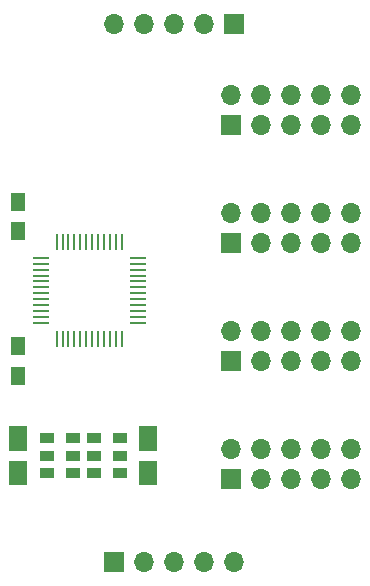
<source format=gts>
%TF.GenerationSoftware,KiCad,Pcbnew,(5.1.6-0-10_14)*%
%TF.CreationDate,2020-09-10T15:29:25+09:00*%
%TF.ProjectId,qPCR-photo_mux_ADG731BSUZ,71504352-2d70-4686-9f74-6f5f6d75785f,rev?*%
%TF.SameCoordinates,Original*%
%TF.FileFunction,Soldermask,Top*%
%TF.FilePolarity,Negative*%
%FSLAX46Y46*%
G04 Gerber Fmt 4.6, Leading zero omitted, Abs format (unit mm)*
G04 Created by KiCad (PCBNEW (5.1.6-0-10_14)) date 2020-09-10 15:29:25*
%MOMM*%
%LPD*%
G01*
G04 APERTURE LIST*
%ADD10R,1.250000X1.500000*%
%ADD11O,1.700000X1.700000*%
%ADD12R,1.700000X1.700000*%
%ADD13R,1.500000X1.500000*%
%ADD14C,0.100000*%
%ADD15R,1.200000X0.900000*%
%ADD16R,1.473200X0.279400*%
%ADD17R,0.279400X1.473200*%
G04 APERTURE END LIST*
D10*
%TO.C,C1*%
X85000000Y-79500000D03*
X85000000Y-82000000D03*
%TD*%
%TO.C,C2*%
X85000000Y-91750000D03*
X85000000Y-94250000D03*
%TD*%
D11*
%TO.C,J1*%
X103298000Y-110000000D03*
X100758000Y-110000000D03*
X98218000Y-110000000D03*
X95678000Y-110000000D03*
D12*
X93138000Y-110000000D03*
%TD*%
%TO.C,J2*%
X103298000Y-64440000D03*
D11*
X100758000Y-64440000D03*
X98218000Y-64440000D03*
X95678000Y-64440000D03*
X93138000Y-64440000D03*
%TD*%
D13*
%TO.C,JP1*%
X96000000Y-99800000D03*
X96000000Y-102200000D03*
D14*
G36*
X96000000Y-102000000D02*
G01*
X96750000Y-102500000D01*
X96750000Y-103500000D01*
X95250000Y-103500000D01*
X95250000Y-102500000D01*
X96000000Y-102000000D01*
G37*
G36*
X96000000Y-100000000D02*
G01*
X95250000Y-99500000D01*
X95250000Y-98500000D01*
X96750000Y-98500000D01*
X96750000Y-99500000D01*
X96000000Y-100000000D01*
G37*
%TD*%
%TO.C,JP2*%
G36*
X85000000Y-100000000D02*
G01*
X84250000Y-99500000D01*
X84250000Y-98500000D01*
X85750000Y-98500000D01*
X85750000Y-99500000D01*
X85000000Y-100000000D01*
G37*
G36*
X85000000Y-102000000D02*
G01*
X85750000Y-102500000D01*
X85750000Y-103500000D01*
X84250000Y-103500000D01*
X84250000Y-102500000D01*
X85000000Y-102000000D01*
G37*
D13*
X85000000Y-102200000D03*
X85000000Y-99800000D03*
%TD*%
D11*
%TO.C,N_PD1*%
X113160000Y-70460000D03*
X113160000Y-73000000D03*
X110620000Y-70460000D03*
X110620000Y-73000000D03*
X108080000Y-70460000D03*
X108080000Y-73000000D03*
X105540000Y-70460000D03*
X105540000Y-73000000D03*
X103000000Y-70460000D03*
D12*
X103000000Y-73000000D03*
%TD*%
%TO.C,N_PD2*%
X103000000Y-83000000D03*
D11*
X103000000Y-80460000D03*
X105540000Y-83000000D03*
X105540000Y-80460000D03*
X108080000Y-83000000D03*
X108080000Y-80460000D03*
X110620000Y-83000000D03*
X110620000Y-80460000D03*
X113160000Y-83000000D03*
X113160000Y-80460000D03*
%TD*%
D15*
%TO.C,R1*%
X89600000Y-102500000D03*
X87400000Y-102500000D03*
%TD*%
%TO.C,R2*%
X89600000Y-101000000D03*
X87400000Y-101000000D03*
%TD*%
%TO.C,R3*%
X89600000Y-99500000D03*
X87400000Y-99500000D03*
%TD*%
%TO.C,R4*%
X93600000Y-102500000D03*
X91400000Y-102500000D03*
%TD*%
%TO.C,R5*%
X93600000Y-101000000D03*
X91400000Y-101000000D03*
%TD*%
%TO.C,R6*%
X93600000Y-99500000D03*
X91400000Y-99500000D03*
%TD*%
D12*
%TO.C,S_PD1*%
X103000000Y-93000000D03*
D11*
X103000000Y-90460000D03*
X105540000Y-93000000D03*
X105540000Y-90460000D03*
X108080000Y-93000000D03*
X108080000Y-90460000D03*
X110620000Y-93000000D03*
X110620000Y-90460000D03*
X113160000Y-93000000D03*
X113160000Y-90460000D03*
%TD*%
%TO.C,S_PD2*%
X113160000Y-100460000D03*
X113160000Y-103000000D03*
X110620000Y-100460000D03*
X110620000Y-103000000D03*
X108080000Y-100460000D03*
X108080000Y-103000000D03*
X105540000Y-100460000D03*
X105540000Y-103000000D03*
X103000000Y-100460000D03*
D12*
X103000000Y-103000000D03*
%TD*%
D16*
%TO.C,U1*%
X95114800Y-84250000D03*
X95114800Y-84749999D03*
X95114800Y-85250001D03*
X95114800Y-85750000D03*
X95114800Y-86249999D03*
X95114800Y-86750000D03*
X95114800Y-87250000D03*
X95114800Y-87750001D03*
X95114800Y-88250000D03*
X95114800Y-88749999D03*
X95114800Y-89250001D03*
X95114800Y-89750000D03*
D17*
X93750000Y-91114800D03*
X93250001Y-91114800D03*
X92749999Y-91114800D03*
X92250000Y-91114800D03*
X91750001Y-91114800D03*
X91250000Y-91114800D03*
X90750000Y-91114800D03*
X90249999Y-91114800D03*
X89750000Y-91114800D03*
X89250001Y-91114800D03*
X88749999Y-91114800D03*
X88250000Y-91114800D03*
D16*
X86885200Y-89750000D03*
X86885200Y-89250001D03*
X86885200Y-88749999D03*
X86885200Y-88250000D03*
X86885200Y-87750001D03*
X86885200Y-87250000D03*
X86885200Y-86750000D03*
X86885200Y-86249999D03*
X86885200Y-85750000D03*
X86885200Y-85250001D03*
X86885200Y-84749999D03*
X86885200Y-84250000D03*
D17*
X88250000Y-82885200D03*
X88749999Y-82885200D03*
X89250001Y-82885200D03*
X89750000Y-82885200D03*
X90249999Y-82885200D03*
X90750000Y-82885200D03*
X91250000Y-82885200D03*
X91750001Y-82885200D03*
X92250000Y-82885200D03*
X92749999Y-82885200D03*
X93250001Y-82885200D03*
X93750000Y-82885200D03*
%TD*%
M02*

</source>
